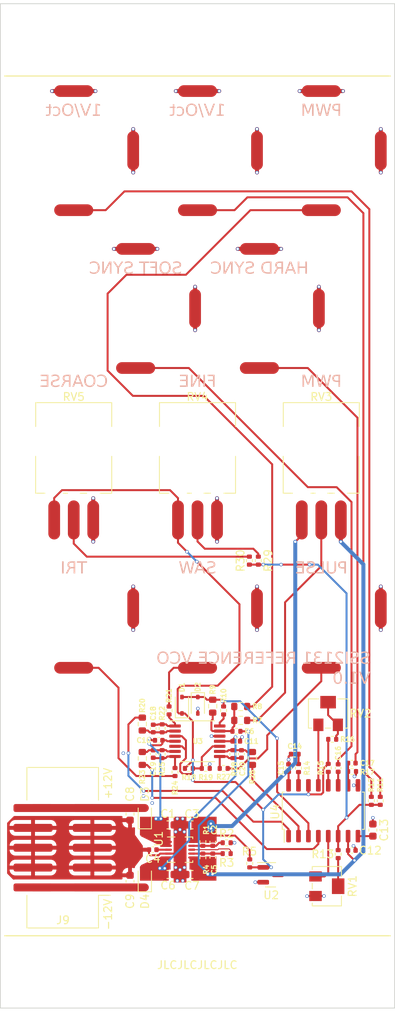
<source format=kicad_pcb>
(kicad_pcb (version 20221018) (generator pcbnew)
  (layers (0 "F.Cu" signal) (1 "In1.Cu" signal) (2 "In2.Cu" signal) (31 "B.Cu" signal) (34 "B.Paste" user) (35 "F.Paste" user) (36 "B.SilkS" user "B.Silkscreen") (37 "F.SilkS" user "F.Silkscreen") (38 "B.Mask" user) (39 "F.Mask" user) (44 "Edge.Cuts" user))
  (net 0 "")
  (net 1 "+12V")
  (net 2 "GND")
  (net 3 "+5V")
  (net 4 "Net-(U1-FBP)")
  (net 5 "Net-(U1-NR{slash}SS)")
  (net 6 "Net-(U1-FBN)")
  (net 7 "-5V")
  (net 8 "-12V")
  (net 9 "Net-(U4-TCAP)")
  (net 10 "Net-(C14-Pad1)")
  (net 11 "Net-(U4-SOFT_SYNC)")
  (net 12 "SOFT SYNC")
  (net 13 "Net-(U4-HARD_SYNC)")
  (net 14 "HARD SYNC")
  (net 15 "Net-(U3A--)")
  (net 16 "Net-(C18-Pad2)")
  (net 17 "Net-(U3B--)")
  (net 18 "Net-(C19-Pad2)")
  (net 19 "Net-(U3C--)")
  (net 20 "Net-(C20-Pad2)")
  (net 21 "VREF")
  (net 22 "PWM_CTRL")
  (net 23 "Net-(D3-A)")
  (net 24 "Net-(D4-K)")
  (net 25 "SAW LINE OUT")
  (net 26 "TRI LINE OUT")
  (net 27 "PULSE LINE OUT")
  (net 28 "EXPO FREQ CV_{1}")
  (net 29 "EXPO FREQ CV_{2}")
  (net 30 "PWM CV")
  (net 31 "Net-(U1-BUF)")
  (net 32 "Net-(U3D--)")
  (net 33 "PWM_POT")
  (net 34 "Net-(R10-Pad1)")
  (net 35 "EXPO FREQ POT")
  (net 36 "Net-(R13-Pad2)")
  (net 37 "Net-(U4-BW_COMP)")
  (net 38 "Net-(U4-LIN_FREQ)")
  (net 39 "Net-(R16-Pad1)")
  (net 40 "Net-(U3A-+)")
  (net 41 "SAW OUT")
  (net 42 "TRI OUT")
  (net 43 "PULSE OUT")
  (net 44 "Net-(R29-Pad1)")
  (net 45 "Net-(R30-Pad1)")
  (net 46 "Net-(U4-HF_TRACK)")
  (net 47 "Net-(U4-EXPO_SCALE)")
  (footprint "Resistor_SMD:R_0402_1005Metric" (layer "F.Cu") (at 164.5355 120.777 180)
    (fp_text reference "R16")
    (fp_text value "22k1")
  )
  (footprint "Capacitor_SMD:C_0603_1608Metric" (layer "F.Cu") (at 146.5757 131.726 180)
    (fp_text reference "C3")
    (fp_text value "10u")
  )
  (footprint "Capacitor_SMD:C_0603_1608Metric" (layer "F.Cu") (at 169.7405 132.389 -90)
    (fp_text reference "C13")
    (fp_text value "3n9 C0G")
  )
  (footprint "Capacitor_SMD:C_0402_1005Metric" (layer "F.Cu") (at 149.235502 133.921 -90)
    (fp_text reference "C2")
    (fp_text value "10n")
  )
  (footprint "Resistor_SMD:R_0402_1005Metric" (layer "F.Cu") (at 146.177 124.503)
    (fp_text reference "R18")
    (fp_text value "15k")
  )
  (footprint "Capacitor_SMD:C_0402_1005Metric" (layer "F.Cu") (at 167.0455 134.994 180)
    (fp_text reference "C12")
    (fp_text value "100n")
  )
  (footprint "Resistor_SMD:R_0402_1005Metric" (layer "F.Cu") (at 151.013502 134.012)
    (fp_text reference "R2")
    (fp_text value "10k")
  )
  (footprint "MountingHole:MountingHole_3.2mm_M3" (layer "F.Cu") (at 165.18 152.163)
    (fp_text reference "H4" hide)
    (fp_text value "MountingHole")
  )
  (footprint "Capacitor_SMD:C_0603_1608Metric" (layer "F.Cu") (at 146.5757 138.076 180)
    (fp_text reference "C7")
    (fp_text value "10u")
  )
  (footprint "Wire_Bodge_Eurorack:Potentiometer_Alpha_RD901F-40-00D_Single_Vertical_Bodge" (layer "F.Cu") (at 144.78 90.17 90)
    (fp_text reference "RV4")
    (fp_text value "5k")
  )
  (footprint "Wire_Bodge_Eurorack:PJ-301BM_disconnect" (layer "F.Cu") (at 163.1365 45.459)
    (fp_text reference "J8" hide)
    (fp_text value "3.5mm" hide)
  )
  (footprint "Resistor_SMD:R_0402_1005Metric" (layer "F.Cu") (at 170.688 128.649 -90)
    (fp_text reference "R11")
    (fp_text value "49k9")
  )
  (footprint "Capacitor_SMD:C_0603_1608Metric" (layer "F.Cu") (at 138.6365 130.342 -90)
    (fp_text reference "C8")
    (fp_text value "10u")
  )
  (footprint "Capacitor_SMD:C_0402_1005Metric" (layer "F.Cu") (at 142.308 120.904)
    (fp_text reference "C10")
    (fp_text value "100n")
  )
  (footprint "Connector_IDC:IDC-Header_2x05_P2.54mm_Vertical_SMD" (layer "F.Cu") (at 130.0105 134.647 180)
    (fp_text reference "J9")
    (fp_text value "10 Pin IDC")
  )
  (footprint "Diode_SMD:D_SOD-323" (layer "F.Cu") (at 145.288 116.417 90)
    (fp_text reference "D1")
    (fp_text value "D_Schottky_Small")
  )
  (footprint "Resistor_SMD:R_0603_1608Metric" (layer "F.Cu") (at 149.225 116.537 90)
    (fp_text reference "R9")
    (fp_text value "3k")
  )
  (footprint "Resistor_SMD:R_0402_1005Metric" (layer "F.Cu") (at 165.2955 135.464 -90)
    (fp_text reference "R13")
    (fp_text value "267k")
  )
  (footprint "Wire_Bodge_Eurorack:PJ-301BM_disconnect" (layer "F.Cu") (at 131.4235 45.459)
    (fp_text reference "J4" hide)
    (fp_text value "3.5mm" hide)
  )
  (footprint "Resistor_SMD:R_0603_1608Metric" (layer "F.Cu") (at 154.305 123.225 90)
    (fp_text reference "R26")
    (fp_text value "3k")
  )
  (footprint "Resistor_SMD:R_0402_1005Metric" (layer "F.Cu") (at 151.013502 135.401 180)
    (fp_text reference "R3")
    (fp_text value "10k")
  )
  (footprint "Resistor_SMD:R_0402_1005Metric" (layer "F.Cu") (at 147.965502 133.891 -90)
    (fp_text reference "R1")
    (fp_text value "32k4")
  )
  (footprint "Resistor_SMD:R_0402_1005Metric" (layer "F.Cu") (at 144.399 124.963 -90)
    (fp_text reference "R24")
    (fp_text value "1k")
  )
  (footprint "Resistor_SMD:R_0603_1608Metric" (layer "F.Cu") (at 140.208 118.823 -90)
    (fp_text reference "R20")
    (fp_text value "3k")
  )
  (footprint "Capacitor_SMD:C_0402_1005Metric" (layer "F.Cu") (at 152.908 122.655 -90)
    (fp_text reference "C20")
    (fp_text value "470p C0G")
  )
  (footprint "Capacitor_SMD:C_0603_1608Metric" (layer "F.Cu") (at 138.6365 138.952 -90)
    (fp_text reference "C9")
    (fp_text value "10u")
  )
  (footprint "Resistor_SMD:R_0402_1005Metric" (layer "F.Cu") (at 152.265 119.754 180)
    (fp_text reference "R6")
    (fp_text value "12k")
  )
  (footprint "Resistor_SMD:R_0402_1005Metric" (layer "F.Cu") (at 153.924 97.917 -90)
    (fp_text reference "R30")
    (fp_text value "10k")
  )
  (footprint "Resistor_SMD:R_0402_1005Metric" (layer "F.Cu") (at 143.637 117.087 90)
    (fp_text reference "R21")
    (fp_text value "1k")
  )
  (footprint "Diode_SMD:D_SOD-323" (layer "F.Cu") (at 140.5305 138.677 90)
    (fp_text reference "D4")
    (fp_text value "D_Schottky_Small")
  )
  (footprint "Resistor_SMD:R_0402_1005Metric" (layer "F.Cu") (at 151.805 122.675 -90)
    (fp_text reference "R28")
    (fp_text value "12k")
  )
  (footprint "Wire_Bodge_Eurorack:PJ-301BM_disconnect" (layer "F.Cu") (at 147.28 45.459)
    (fp_text reference "J5" hide)
    (fp_text value "3.5mm" hide)
  )
  (footprint "MountingHole:MountingHole_3.2mm_M3" (layer "F.Cu") (at 129.38 152.163)
    (fp_text reference "H3" hide)
    (fp_text value "MountingHole")
  )
  (footprint "Diode_SMD:D_SOD-323" (layer "F.Cu") (at 140.5305 130.617 90)
    (fp_text reference "D3")
    (fp_text value "D_Schottky_Small")
  )
  (footprint "Capacitor_SMD:C_0402_1005Metric" (layer "F.Cu") (at 141.605 119.393 90)
    (fp_text reference "C18")
    (fp_text value "470p C0G")
  )
  (footprint "Capacitor_SMD:C_0402_1005Metric" (layer "F.Cu") (at 167.0435 123.825)
    (fp_text reference "C17")
    (fp_text value "10n")
  )
  (footprint "Resistor_SMD:R_0603_1608Metric" (layer "F.Cu") (at 152.815 118.357 180)
    (fp_text reference "R7")
    (fp_text value "11k")
  )
  (footprint "Capacitor_SMD:C_0402_1005Metric" (layer "F.Cu") (at 165.2955 124.453 90)
    (fp_text reference "C16")
    (fp_text value "10n")
  )
  (footprint "Resistor_SMD:R_0402_1005Metric" (layer "F.Cu") (at 150.634 124.503)
    (fp_text reference "R27")
    (fp_text value "1k")
  )
  (footprint "Diode_SMD:D_SOD-323" (layer "F.Cu") (at 147.32 116.417 -90)
    (fp_text reference "D2")
    (fp_text value "D_Schottky_Small")
  )
  (footprint "Resistor_SMD:R_0402_1005Metric" (layer "F.Cu") (at 150.622 117.087 90)
    (fp_text reference "R10")
    (fp_text value "10k")
  )
  (footprint "Resistor_SMD:R_0402_1005Metric" (layer "F.Cu") (at 148.336 124.503)
    (fp_text reference "R19")
    (fp_text value "10k")
  )
  (footprint "Package_TO_SOT_SMD:SOT-23" (layer "F.Cu") (at 156.6395 138.11)
    (fp_text reference "U2")
    (fp_text value "LM4040DBZ-2.5")
  )
  (footprint "Resistor_SMD:R_0603_1608Metric" (layer "F.Cu") (at 152.815 116.579 180)
    (fp_text reference "R8")
    (fp_text value "11k")
  )
  (footprint "Resistor_SMD:R_0402_1005Metric" (layer "F.Cu") (at 155.067 97.917 -90)
    (fp_text reference "R29")
    (fp_text value "100k")
  )
  (footprint "Capacitor_SMD:C_0402_1005Metric" (layer "F.Cu") (at 141.5465 134.901 180)
    (fp_text reference "C4")
    (fp_text value "10n")
  )
  (footprint "Potentiometer_SMD:Potentiometer_Bourns_3224W_Vertical" (layer "F.Cu") (at 164.009846 117.475 180)
    (fp_text reference "RV2")
    (fp_text value "5k**")
  )
  (footprint "Wire_Bodge_Eurorack:PJ-301BM" (layer "F.Cu") (at 163.1365 104.006)
    (fp_text reference "J3" hide)
    (fp_text value "3.5mm")
  )
  (footprint "Resistor_SMD:R_0603_1608Metric" (layer "F.Cu") (at 140.208 123.225 90)
    (fp_text reference "R23")
    (fp_text value "3k")
  )
  (footprint "Capacitor_SMD:C_0402_1005Metric" (layer "F.Cu") (at 149.235502 135.881 -90)
    (fp_text reference "C5")
    (fp_text value "10n")
  )
  (footprint "Resistor_SMD:R_0402_1005Metric" (layer "F.Cu") (at 160.2155 124.453 90)
    (fp_text reference "R14")
    (fp_text value "267r")
  )
  (footprint "Capacitor_SMD:C_0603_1608Metric" (layer "F.Cu") (at 143.5023 131.726)
    (fp_text reference "C1")
    (fp_text value "10u")
  )
  (footprint "Wire_Bodge_Eurorack:Potentiometer_Alpha_RD901F-40-00D_Single_Vertical_Bodge" (layer "F.Cu") (at 160.6365 90.17 90)
    (fp_text reference "RV3")
    (fp_text value "5k")
  )
  (footprint "Capacitor_SMD:C_0402_1005Metric" (layer "F.Cu") (at 158.9455 124.453 90)
    (fp_text reference "C15")
    (fp_text value "100n")
  )
  (footprint "Capacitor_SMD:C_0402_1005Metric" (layer "F.Cu") (at 159.7355 122.675 180)
    (fp_text reference "C14")
    (fp_text value "10n")
  )
  (footprint "Wire_Bodge_Eurorack:Potentiometer_Alpha_RD901F-40-00D_Single_Vertical_Bodge" (layer "F.Cu") (at 128.9235 90.17 90)
    (fp_text reference "RV5")
    (fp_text value "5k")
  )
  (footprint "Resistor_SMD:R_0402_1005Metric" (layer "F.Cu") (at 169.545 128.649 -90)
    (fp_text reference "R12")
    (fp_text value "49k9")
  )
  (footprint "Package_SON:Texas_DSC0010J" (layer "F.Cu") (at 145.0445 134.901)
    (fp_text reference "U1")
    (fp_text value "TPS7A39")
  )
  (footprint "Capacitor_SMD:C_0402_1005Metric" (layer "F.Cu") (at 152.245 121.024)
    (fp_text reference "C11")
    (fp_text value "100n")
  )
  (footprint "Wire_Bodge_Eurorack:PJ-301BM" (layer "F.Cu") (at 147.28 104.006)
    (fp_text reference "J1" hide)
    (fp_text value "3.5mm")
  )
  (footprint "MountingHole:MountingHole_3.2mm_M3" (layer "F.Cu") (at 129.38 29.663)
    (fp_text reference "H1" hide)
    (fp_text value "MountingHole")
  )
  (footprint "Wire_Bodge_Eurorack:PJ-301BM" (layer "F.Cu") (at 131.4235 104.006)
    (fp_text reference "J2" hide)
    (fp_text value "3.5mm")
  )
  (footprint "Potentiometer_SMD:Potentiometer_Bourns_3224W_Vertical" (layer "F.Cu") (at 163.8455 139.573 90)
    (fp_text reference "RV1")
    (fp_text value "5k**")
  )
  (footprint "Package_SO:SOP-16_4.55x10.3mm_P1.27mm" (layer "F.Cu") (at 163.3905 129.914 90)
    (fp_text reference "U4")
    (fp_text value "SSI2131")
  )
  (footprint "Capacitor_SMD:C_0603_1608Metric" (layer "F.Cu") (at 143.5023 138.076)
    (fp_text reference "C6")
    (fp_text value "10u")
  )
  (footprint "Resistor_SMD:R_0402_1005Metric" (layer "F.Cu") (at 147.965502 135.911 -90)
    (fp_text reference "R4")
    (fp_text value "42k2")
  )
  (footprint "Resistor_SMD:R_0402_1005Metric" (layer "F.Cu") (at 167.0735 124.893 180)
    (fp_text reference "R17")
    (fp_text value "267k")
  )
  (footprint "Wire_Bodge_Eurorack:PJ-301BM_disconnect" (layer "F.Cu") (at 139.35175 65.652)
    (fp_text reference "J6" hide)
    (fp_text value "3.5mm" hide)
  )
  (footprint "Wire_Bodge_Eurorack:PJ-301BM_disconnect" (layer "F.Cu") (at 155.20825 65.652)
    (fp_text reference "J7" hide)
    (fp_text value "3.5mm" hide)
  )
  (footprint "Package_SO:TSSOP-14_4.4x5mm_P0.65mm" (layer "F.Cu") (at 147.2615 121.024)
    (fp_text reference "U3")
    (fp_text value "TL074")
  )
  (footprint "Resistor_SMD:R_0402_1005Metric" (layer "F.Cu") (at 164.0255 124.433 90)
    (fp_text reference "R15")
    (fp_text value "499k")
  )
  (footprint "Resistor_SMD:R_0402_1005Metric" (layer "F.Cu") (at 142.748 122.675 -90)
    (fp_text reference "R25")
    (fp_text value "12k")
  )
  (footprint "Resistor_SMD:R_0402_1005Metric" (layer "F.Cu") (at 142.748 119.373 90)
    (fp_text reference "R22")
    (fp_text value "12k")
  )
  (footprint "MountingHole:MountingHole_3.2mm_M3" (layer "F.Cu") (at 165.18 29.663)
    (fp_text reference "H2" hide)
    (fp_text value "MountingHole")
  )
  (footprint "Resistor_SMD:R_0402_1005Metric" (layer "F.Cu") (at 153.9725 136.652 -90)
    (fp_text reference "R5")
    (fp_text value "1k2")
  )
  (footprint "Capacitor_SMD:C_0402_1005Metric" (layer "F.Cu") (at 141.605 122.655 -90)
    (fp_text reference "C19")
    (fp_text value "470p C0G")
  )
  (gr_line (start 122.58 35.913) (end 171.98 35.913) (stroke (width 0.15)) (layer "F.SilkS"))
  (gr_line (start 122.58 145.913) (end 171.98 145.913) (stroke (width 0.15)) (layer "F.SilkS"))
  (gr_rect (start 122.03 26.663) (end 172.53 155.163) (stroke (width 0.1)) (fill none) (layer "Edge.Cuts"))
  (gr_text "PWM" (at 163.1365 40.379) (layer "B.SilkS") (effects (font (size 1.524 1.524) (thickness 0.1905)) (justify mirror)))
  (gr_text "SAW" (at 147.28 98.926) (layer "B.SilkS") (effects (font (size 1.524 1.524) (thickness 0.1905)) (justify mirror)))
  (gr_text "SSI2131 REFERENCE VCO\nV1.0" (at 169.418 111.76) (layer "B.SilkS") (effects (font (size 1.524 1.524) (thickness 0.1905)) (justify left mirror)))
  (gr_text "SOFT SYNC" (at 139.35175 60.572) (layer "B.SilkS") (effects (font (size 1.524 1.524) (thickness 0.1905)) (justify mirror)))
  (gr_text "1V/Oct" (at 131.4235 40.379) (layer "B.SilkS") (effects (font (size 1.524 1.524) (thickness 0.1905)) (justify mirror)))
  (gr_text "1V/Oct" (at 147.28 40.379) (layer "B.SilkS") (effects (font (size 1.524 1.524) (thickness 0.1905)) (justify mirror)))
  (gr_text "PWM" (at 163.1365 75.05) (layer "B.SilkS") (effects (font (size 1.524 1.524) (thickness 0.1905)) (justify mirror)))
  (gr_text "COARSE" (at 131.4235 75.05) (layer "B.SilkS") (effects (font (size 1.524 1.524) (thickness 0.1905)) (justify mirror)))
  (gr_text "TRI" (at 131.4235 98.926) (layer "B.SilkS") (effects (font (size 1.524 1.524) (thickness 0.1905)) (justify mirror)))
  (gr_text "PULSE" (at 163.1365 98.926) (layer "B.SilkS") (effects (font (size 1.524 1.524) (thickness 0.1905)) (justify mirror)))
  (gr_text "FINE" (at 147.28 75.05) (layer "B.SilkS") (effects (font (size 1.524 1.524) (thickness 0.1905)) (justify mirror)))
  (gr_text "HARD SYNC" (at 155.20825 60.572) (layer "B.SilkS") (effects (font (size 1.524 1.524) (thickness 0.1905)) (justify mirror)))
  (gr_text "JLCJLCJLCJLC" (at 142.012142 150.241) (layer "F.SilkS") (effects (font (size 1 1)) (justify left bottom)))
  (gr_text "-12V" (at 136.398 145.288 90) (layer "F.SilkS") (effects (font (size 1 1)) (justify left bottom)))
  (gr_text "+12V" (at 136.398 128.524 90) (layer "F.SilkS") (effects (font (size 1 1)) (justify left bottom)))
  (segment (start 144.399 121.024) (end 143.4014 121.024) (width 0.25) (layer "F.Cu") (net 1))
  (segment (start 143.2814 120.904) (end 142.788 120.904) (width 0.25) (layer "F.Cu") (net 1))
  (segment (start 141.097 121.350303) (end 141.285697 121.539) (width 0.25) (layer "F.Cu") (net 1))
  (segment (start 142.5702 121.539) (end 142.788 121.3212) (width 0.25) (layer "F.Cu") (net 1))
  (segment (start 141.285697 121.539) (end 142.5702 121.539) (width 0.25) (layer "F.Cu") (net 1))
  (segment (start 143.4014 121.024) (end 143.2814 120.904) (width 0.25) (layer "F.Cu") (net 1))
  (segment (start 142.788 121.3212) (end 142.788 120.904) (width 0.25) (layer "F.Cu") (net 1))
  (via (at 141.097 121.350303) (size 0.45) (drill 0.3) (layers "F.Cu" "B.Cu") (net 1))
  (via (at 141.9606 130.937) (size 0.45) (drill 0.3) (layers "F.Cu" "B.Cu") (net 1))
  (via (at 142.585103 130.937) (size 0.45) (drill 0.3) (layers "F.Cu" "B.Cu") (net 1))
  (segment (start 141.097 121.350303) (end 142.5194 122.772703) (width 0.254) (layer "B.Cu") (net 1))
  (segment (start 142.585103 130.937) (end 141.9606 130.937) (width 0.508) (layer "B.Cu") (net 1))
  (segment (start 142.5194 130.871297) (end 142.585103 130.937) (width 0.254) (layer "B.Cu") (net 1))
  (segment (start 142.5194 122.772703) (end 142.5194 130.871297) (width 0.254) (layer "B.Cu") (net 1))
  (segment (start 151.523502 134.012) (end 152.019 134.012) (width 0.254) (layer "F.Cu") (net 2))
  (segment (start 139.334 58.032) (end 142.135 58.032) (width 0.508) (layer "F.Cu") (net 2))
  (segment (start 158.9455 123.3755) (end 158.9455 122.985) (width 0.254) (layer "F.Cu") (net 2))
  (segment (start 162.82825 65.66975) (end 162.82825 62.86875) (width 0.508) (layer "F.Cu") (net 2))
  (segment (start 141.428515 120.904) (end 141.828 120.904) (width 0.25) (layer "F.Cu") (net 2))
  (segment (start 152.725 120.759369) (end 152.725 121.024) (width 0.254) (layer "F.Cu") (net 2))
  (segment (start 146.97175 65.66975) (end 146.97175 68.43525) (width 0.508) (layer "F.Cu") (net 2))
  (segment (start 155.1905 58.032) (end 152.425 58.032) (width 0.508) (layer "F.Cu") (net 2))
  (segment (start 139.334 58.032) (end 136.5685 58.032) (width 0.508) (layer "F.Cu") (net 2))
  (segment (start 148.844 123.952) (end 148.846 123.954) (width 0.254) (layer "F.Cu") (net 2))
  (segment (start 141.097 120.7008) (end 141.225315 120.7008) (width 0.25) (layer "F.Cu") (net 2))
  (segment (start 167.5255 134.6833) (end 167.5255 134.994) (width 0.254) (layer "F.Cu") (net 2))
  (segment (start 148.846 124.503) (end 148.846 123.954) (width 0.254) (layer "F.Cu") (net 2))
  (segment (start 131.40575 37.839) (end 134.20675 37.839) (width 0.508) (layer "F.Cu") (net 2))
  (segment (start 158.9455 122.985) (end 159.2555 122.675) (width 0.254) (layer "F.Cu") (net 2))
  (segment (start 152.991894 120.492475) (end 152.725 120.759369) (width 0.254) (layer "F.Cu") (net 2))
  (segment (start 169.7405 130.8177) (end 169.7405 131.614) (width 0.254) (layer "F.Cu") (net 2))
  (segment (start 142.287338 135.6106) (end 142.496938 135.401) (width 0.254) (layer "F.Cu") (net 2))
  (segment (start 170.7565 45.459) (end 170.7565 42.6935) (width 0.508) (layer "F.Cu") (net 2))
  (segment (start 162.82825 65.66975) (end 162.82825 68.43525) (width 0.508) (layer "F.Cu") (net 2))
  (segment (start 154.9 45.459) (end 154.9 42.6935) (width 0.508) (layer "F.Cu") (net 2))
  (segment (start 141.0665 135.4531) (end 141.224 135.6106) (width 0.254) (layer "F.Cu") (net 2))
  (segment (start 142.496938 135.401) (end 143.2845 135.401) (width 0.254) (layer "F.Cu") (net 2))
  (segment (start 149.0726 120.3706) (end 149.076 120.374) (width 0.254) (layer "F.Cu") (net 2))
  (segment (start 149.076 120.374) (end 150.124 120.374) (width 0.254) (layer "F.Cu") (net 2))
  (segment (start 149.78 92.72775) (end 149.78 95.49325) (width 0.508) (layer "F.Cu") (net 2))
  (segment (start 170.7565 104.02375) (end 170.7565 101.22275) (width 0.508) (layer "F.Cu") (net 2))
  (segment (start 155.1905 58.032) (end 157.9915 58.032) (width 0.508) (layer "F.Cu") (net 2))
  (segment (start 139.0435 45.459) (end 139.0435 48.26) (width 0.508) (layer "F.Cu") (net 2))
  (segment (start 167.386 125.5268) (end 167.5835 125.3293) (width 0.254) (layer "F.Cu") (net 2))
  (segment (start 147.26225 37.839) (end 144.49675 37.839) (width 0.508) (layer "F.Cu") (net 2))
  (segment (start 131.40575 37.839) (end 128.64025 37.839) (width 0.508) (layer "F.Cu") (net 2))
  (segment (start 139.9302 134.901) (end 139.9032 134.874) (width 0.508) (layer "F.Cu") (net 2))
  (segment (start 154.686 139.06) (end 155.702 139.06) (width 0.254) (layer "F.Cu") (net 2))
  (segment (start 167.5835 125.3293) (end 167.5835 124.893) (width 0.254) (layer "F.Cu") (net 2))
  (segment (start 139.0435 104.02375) (end 139.0435 106.78925) (width 0.508) (layer "F.Cu") (net 2))
  (segment (start 163.11875 37.839) (end 165.91975 37.839) (width 0.508) (layer "F.Cu") (net 2))
  (segment (start 141.224 135.6106) (end 142.287338 135.6106) (width 0.254) (layer "F.Cu") (net 2))
  (segment (start 139.0435 45.459) (end 139.0435 42.6935) (width 0.508) (layer "F.Cu") (net 2))
  (segment (start 139.0435 104.02375) (end 139.0435 101.22275) (width 0.508) (layer "F.Cu") (net 2))
  (segment (start 143.5695 135.401) (end 144.2945 135.401) (width 0.254) (layer "F.Cu") (net 2))
  (segment (start 133.9235 92.72775) (end 133.9235 95.49325) (width 0.508) (layer "F.Cu") (net 2))
  (segment (start 133.9235 92.72775) (end 133.9235 89.92675) (width 0.508) (layer "F.Cu") (net 2))
  (segment (start 141.225315 120.7008) (end 141.428515 120.904) (width 0.25) (layer "F.Cu") (net 2))
  (segment (start 141.0665 134.901) (end 139.9302 134.901) (width 0.508) (layer "F.Cu") (net 2))
  (segment (start 154.9 45.459) (end 154.9 48.26) (width 0.508) (layer "F.Cu") (net 2))
  (segment (start 147.26225 37.839) (end 150.06325 37.839) (width 0.508) (layer "F.Cu") (net 2))
  (segment (start 161.336 140.823) (end 163.475 140.823) (width 0.254) (layer "F.Cu") (net 2))
  (segment (start 147.32 117.467) (end 147.32 116.84) (width 0.254) (layer "F.Cu") (net 2))
  (segment (start 158.9455 123.3755) (end 158.9455 123.973) (width 0.254) (layer "F.Cu") (net 2))
  (segment (start 141.0665 134.901) (end 141.0665 135.4531) (width 0.254) (layer "F.Cu") (net 2))
  (segment (start 170.7565 104.02375) (end 170.7565 106.78925) (width 0.508) (layer "F.Cu") (net 2))
  (segment (start 154.9 104.02375) (end 154.9 101.22275) (width 0.508) (layer "F.Cu") (net 2))
  (segment (start 167.259 134.4168) (end 167.5255 134.6833) (width 0.254) (layer "F.Cu") (net 2))
  (segment (start 149.78 92.72775) (end 149.78 89.92675) (width 0.508) (layer "F.Cu") (net 2))
  (segment (start 170.7565 45.459) (end 170.7565 48.26) (width 0.508) (layer "F.Cu") (net 2))
  (segment (start 146.97175 65.66975) (end 146.97175 62.86875) (width 0.508) (layer "F.Cu") (net 2))
  (segment (start 167.29 126.664) (end 167.8355 126.664) (width 0.254) (layer "F.Cu") (net 2))
  (segment (start 163.11875 37.839) (end 160.35325 37.839) (width 0.508) (layer "F.Cu") (net 2))
  (segment (start 154.9 104.02375) (end 154.9 106.78925) (width 0.508) (layer "F.Cu") (net 2))
  (via (at 154.9 106.78925) (size 0.45) (drill 0.3) (layers "F.Cu" "B.Cu") (net 2))
  (via (at 144.490697 137.1854) (size 0.45) (drill 0.3) (layers "F.Cu" "B.Cu") (net 2))
  (via (at 144.68975 138.8618) (size 0.45) (drill 0.3) (layers "F.Cu" "B.Cu") (net 2))
  (via (at 157.9915 58.032) (size 0.45) (drill 0.3) (layers "F.Cu" "B.Cu") (net 2))
  (via (at 145.585051 132.6134) (size 0.45) (drill 0.3) (layers "F.Cu" "B.Cu") (net 2))
  (via (at 170.7565 48.26) (size 0.45) (drill 0.3) (layers "F.Cu" "B.Cu") (net 2))
  (via (at 128.64025 37.839) (size 0.45) (drill 0.3) (layers "F.Cu" "B.Cu") (net 2))
  (via (at 144.687498 130.937) (size 0.45) (drill 0.3) (layers "F.Cu" "B.Cu") (net 2))
  (via (at 149.78 95.49325) (size 0.45) (drill 0.3) (layers "F.Cu" "B.Cu") (net 2))
  (via (at 154.9 48.26) (size 0.45) (drill 0.3) (layers "F.Cu" "B.Cu") (net 2))
  (via (at 133.9235 89.92675) (size 0.45) (drill 0.3) (layers "F.Cu" "B.Cu") (net 2))
  (via (at 162.82825 62.86875) (size 0.45) (drill 0.3) (layers "F.Cu" "B.Cu") (net 2))
  (via (at 145.38825 138.8618) (size 0.45) (drill 0.3) (layers "F.Cu" "B.Cu") (net 2))
  (via (at 145.034 132.334) (size 0.45) (drill 0.3) (layers "F.Cu" "B.Cu") (net 2))
  (via (at 169.7405 130.8177) (size 0.45) (drill 0.3) (layers "F.Cu" "B.Cu") (net 2))
  (via (at 134.20675 37.839) (size 0.45) (drill 0.3) (layers "F.Cu" "B.Cu") (net 2))
  (via (at 139.0435 48.26) (size 0.45) (drill 0.3) (layers "F.Cu" "B.Cu") (net 2))
  (via (at 149.0726 120.3706) (size 0.45) (drill 0.3) (layers "F.Cu" "B.Cu") (net 2))
  (via (at 167.259 134.4168) (size 0.45) (drill 0.3) (layers "F.Cu" "B.Cu") (net 2))
  (via (at 140.358104 128.030294) (size 0.45) (drill 0.3) (layers "F.Cu" "B.Cu") (net 2))
  (via (at 139.0435 42.6935) (size 0.45) (drill 0.3) (layers "F.Cu" "B.Cu") (net 2))
  (via (at 145.5928 137.1854) (size 0.45) (drill 0.3) (layers "F.Cu" "B.Cu") (net 2))
  (via (at 148.844 123.952) (size 0.45) (drill 0.3) (layers "F.Cu" "B.Cu") (net 2))
  (via (at 162.82825 68.43525) (size 0.45) (drill 0.3) (layers "F.Cu" "B.Cu") (net 2))
  (via (at 145.385998 130.937) (size 0.45) (drill 0.3) (layers "F.Cu" "B.Cu") (net 2))
  (via (at 144.49675 37.839) (size 0.45) (drill 0.3) (layers "F.Cu" "B.Cu") (net 2))
  (via (at 170.7565 106.78925) (size 0.45) (drill 0.3) (layers "F.Cu" "B.Cu") (net 2))
  (via (at 158.9455 123.3755) (size 0.45) (drill 0.3) (layers "F.Cu" "B.Cu") (net 2))
  (via (at 142.135 58.032) (size 0.45) (drill 0.3) (layers "F.Cu" "B.Cu") (net 2))
  (via (at 141.478 128.9304) (size 0.45) (drill 0.3) (layers "F.Cu" "B.Cu") (net 2))
  (via (at 152.019 134.012) (size 0.45) (drill 0.3) (layers "F.Cu" "B.Cu") (net 2))
  (via (at 144.482948 132.6134) (size 0.45) (drill 0.3) (layers "F.Cu" "B.Cu") (net 2))
  (via (at 146.97175 62.86875) (size 0.45) (drill 0.3) (layers "F.Cu" "B.Cu") (net 2))
  (via (at 133.9235 95.49325) (size 0.45) (drill 0.3) (layers "F.Cu" "B.Cu") (net 2))
  (via (at 147.32 116.84) (size 0.45) (drill 0.3) (layers "F.Cu" "B.Cu") (net 2))
  (via (at 165.91975 37.839) (size 0.45) (drill 0.3) (layers "F.Cu" "B.Cu") (net 2))
  (via (at 161.316 140.843) (size 0.45) (drill 0.3) (layers "F.Cu" "B.Cu") (net 2))
  (via (at 136.5685 58.032) (size 0.45) (drill 0.3) (layers "F.Cu" "B.Cu") (net 2))
  (via (at 167.386 125.5268) (size 0.45) (drill 0.3) (layers "F.Cu" "B.Cu") (net 2))
  (via (at 145.041748 137.4648) (size 0.45) (drill 0.3) (layers "F.Cu" "B.Cu") (net 2))
  (via (at 137.780497 122.555) (size 0.45) (drill 0.3) (layers "F.Cu" "B.Cu") (net 2))
  (via (at 152.425 58.032) (size 0.45) (drill 0.3) (layers "F.Cu" "B.Cu") (net 2))
  (via (at 139.0435 101.22275) (size 0.45) (drill 0.3) (layers "F.Cu" "B.Cu") (net 2))
  (via (at 154.9 101.22275) (size 0.45) (drill 0.3) (layers "F.Cu" "B.Cu") (net 2))
  (via (at 146.97175 68.43525) (size 0.45) (drill 0.3) (layers "F.Cu" "B.Cu") (net 2))
  (via (at 167.29 126.664) (size 0.45) (drill 0.3) (layers "F.Cu" "B.Cu") (net 2))
  (via (at 154.9 42.6935) (size 0.45) (drill 0.3) (layers "F.Cu" "B.Cu") (net 2))
  (via (at 141.097 120.7008) (size 0.45) (drill 0.3) (layers "F.Cu" "B.Cu") (net 2))
  (via (at 152.991894 120.492475) (size 0.45) (drill 0.3) (layers "F.Cu" "B.Cu") (net 2))
  (via (at 163.475 140.823) (size 0.45) (drill 0.3) (layers "F.Cu" "B.Cu") (net 2))
  (via (at 170.7565 42.6935) (size 0.45) (drill 0.3) (layers "F.Cu" "B.Cu") (net 2))
  (via (at 150.06325 37.839) (size 0.45) (drill 0.3) (layers "F.Cu" "B.Cu") (net 2))
  (via (at 139.0435 106.78925) (size 0.45) (drill 0.3) (layers "F.Cu" "B.Cu") (net 2))
  (via (at 149.78 89.92675) (size 0.45) (drill 0.3) (layers "F.Cu" "B.Cu") (net 2))
  (via (at 160.35325 37.839) (size 0.45) (drill 0.3) (layers "F.Cu" "B.Cu") (net 2))
  (via (at 170.7565 101.22275) (size 0.45) (drill 0.3) (layers "F.Cu" "B.Cu") (net 2))
  (via (at 154.686 139.06) (size 0.45) (drill 0.3) (layers "F.Cu" "B.Cu") (net 2))
  (segment (start 149.580502 133.096) (end 149.235502 133.441) (width 0.25) (layer "F.Cu") (net 3))
  (segment (start 160.6365 94.671) (end 160.6365 92.71) (width 0.254) (layer "F.Cu") (net 3))
  (segment (start 152.0935 133.096) (end 149.580502 133.096) (width 0.25) (layer "F.Cu") (net 3))
  (segment (start 158.2928 125.1204) (end 158.4802 124.933) (width 0.254) (layer "F.Cu") (net 3))
  (segment (start 158.4802 124.933) (end 158.9455 124.933) (width 0.254) (layer "F.Cu") (net 3))
  (segment (start 159.8035 95.504) (end 160.6365 94.671) (width 0.254) (layer "F.Cu") (net 3))
  (segment (start 153.9725 136.142) (end 153.9725 134.975) (width 0.25) (layer "F.Cu") (net 3))
  (segment (start 158.9455 124.933) (end 158.9455 126.664) (width 0.254) (layer "F.Cu") (net 3))
  (segment (start 153.9725 134.975) (end 152.0935 133.096) (width 0.25) (layer "F.Cu") (net 3))
  (segment (start 158.2928 125.2982) (end 158.2928 125.1204) (width 0.254) (layer "F.Cu") (net 3))
  (segment (start 160.6365 94.925) (end 160.6365 92.71) (width 0.254) (layer "F.Cu") (net 3))
  (via (at 158.2928 125.2982) (size 0.45) (drill 0.3) (layers "F.Cu" "B.Cu") (net 3))
  (via (at 159.8035 95.504) (size 0.45) (drill 0.3) (layers "F.Cu" "B.Cu") (net 3))
  (via (at 148.9964 131.572) (size 0.45) (drill 0.3) (layers "F.Cu" "B.Cu") (net 3))
  (via (at 148.9964 132.196503) (size 0.45) (drill 0.3) (layers "F.Cu" "B.Cu") (net 3))
  (segment (start 159.8035 95.504) (end 159.8035 123.7875) (width 0.508) (layer "B.Cu") (net 3))
  (segment (start 159.8035 123.7875) (end 151.7142 131.8768) (width 0.508) (layer "B.Cu") (net 3))
  (segment (start 151.7142 131.8768) (end 149.3012 131.8768) (width 0.508) (layer "B.Cu") (net 3))
  (segment (start 148.9964 131.572) (end 148.9964 132.196503) (width 1.016) (layer "B.Cu") (net 3))
  (segment (start 149.235502 134.401) (end 149.6665 134.401) (width 0.254) (layer "F.Cu") (net 4))
  (segment (start 146.8045 134.401) (end 147.965502 134.401) (width 0.254) (layer "F.Cu") (net 4))
  (segment (start 149.6665 134.401) (end 150.0555 134.012) (width 0.254) (layer "F.Cu") (net 4))
  (segment (start 150.0555 134.012) (end 150.503502 134.012) (width 0.254) (layer "F.Cu") (net 4))
  (segment (start 147.965502 134.401) (end 149.235502 134.401) (width 0.254) (layer "F.Cu") (net 4))
  (segment (start 143.5695 134.901) (end 142.0265 134.901) (width 0.254) (layer "F.Cu") (net 5))
  (segment (start 146.8045 135.401) (end 147.965502 135.401) (width 0.254) (layer "F.Cu") (net 6))
  (segment (start 149.235502 135.401) (end 150.503502 135.401) (width 0.254) (layer "F.Cu") (net 6))
  (segment (start 147.965502 135.401) (end 149.235502 135.401) (width 0.254) (layer "F.Cu") (net 6))
  (segment (start 153.663 119.754) (end 152.775 119.754) (width 0.254) (layer "F.Cu") (net 7))
  (segment (start 166.5655 134.994) (end 166.5655 133.164) (width 0.254) (layer "F.Cu") (net 7))
  (segment (start 165.6365 95.504) (end 165.6365 92.71) (width 0.508) (layer "F.Cu") (net 7))
  (segment (start 167.386 136.271) (end 166.5655 135.4505) (width 0.254) (layer "F.Cu") (net 7))
  (segment (start 166.5655 135.4505) (end 166.5655 134.994) (width 0.254) (layer "F.Cu") (net 7))
  (via (at 153.797 119.754) (size 0.45) (drill 0.3) (layers "F.Cu" "B.Cu") (net 7))
  (via (at 148.59 138.049) (size 0.45) (drill 0.3) (layers "F.Cu" "B.Cu") (net 7))
  (via (at 165.6365 95.504) (size 0.45) (drill 0.3) (layers "F.Cu" "B.Cu") (net 7))
  (via (at 149.1996 138.049) (size 0.45) (drill 0.3) (layers "F.Cu" "B.Cu") (net 7))
  (via (at 167.386 136.271) (size 0.45) (drill 0.3) (layers "F.Cu" "B.Cu") (net 7))
  (segment (start 147.447 131.826) (end 147.447 136.779) (width 0.254) (layer "B.Cu") (net 7))
  (segment (start 168.529 135.128) (end 168.529 98.3965) (width 0.508) (layer "B.Cu") (net 7))
  (segment (start 153.797 125.476) (end 147.447 131.826) (width 0.254) (layer "B.Cu") (net 7))
  (segment (start 149.1996 138.049) (end 165.608 138.049) (width 0.508) (layer "B.Cu") (net 7))
  (segment (start 148.717 138.049) (end 148.59 138.049) (width 0.254) (layer "B.Cu") (net 7))
  (segment (start 165.608 138.049) (end 168.529 135.128) (width 0.508) (layer "B.Cu") (net 7))
  (segment (start 153.797 119.888) (end 153.797 125.476) (width 0.254) (layer "B.Cu") (net 7))
  (segment (start 147.447 136.779) (end 148.59 137.922) (width 0.254) (layer "B.Cu") (net 7))
  (segment (start 148.717 138.049) (end 149.1996 138.049) (width 0.508) (layer "B.Cu") (net 7))
  (segment (start 168.529 98.3965) (end 165.6365 95.504) (width 0.508) (layer "B.Cu") (net 7))
  (segment (start 151.765 120.8278) (end 151.765 121.024) (width 0.254) (layer "F.Cu") (net 8))
  (segment (start 152.146 120.4468) (end 151.765 120.8278) (width 0.254) (layer "F.Cu") (net 8))
  (segment (start 150.124 121.024) (end 151.765 121.024) (width 0.254) (layer "F.Cu") (net 8))
  (via (at 143.0762 137.278503) (size 0.45) (drill 0.3) (layers "F.Cu" "B.Cu") (net 8))
  (via (at 142.451697 137.278503) (size 0.45) (drill 0.3) (layers "F.Cu" "B.Cu") (net 8))
  (via (at 152.146 120.492475) (size 0.45) (drill 0.3) (layers "F.Cu" "B.Cu") (net 8))
  (segment (start 142.959697 137.278503) (end 143.0762 137.278503) (width 0.508) (layer "B.Cu") (net 8))
  (segment (start 146.2145 133.6935) (end 142.629497 137.278503) (width 0.254) (layer "B.Cu") (net 8))
  (segment (start 146.2145 131.4075) (end 146.2145 133.6935) (width 0.254) (layer "B.Cu") (net 8))
  (segment (start 143.0762 137.278503) (end 142.451697 137.278503) (width 0.508) (layer "B.Cu") (net 8))
  (segment (start 152.146 120.4468) (end 152.146 125.476) (width 0.254) (layer "B.Cu") (net 8))
  (segment (start 152.146 125.476) (end 146.2145 131.4075) (width 0.254) (layer "B.Cu") (net 8))
  (segment (start 167.8355 133.164) (end 169.7405 133.164) (width 0.254) (layer "F.Cu") (net 9))
  (segment (start 160.2155 122.675) (end 160.2155 123.943) (width 0.254) (layer "F.Cu") (net 10))
  (segment (start 165.2955 124.933) (end 165.2955 126.664) (width 0.254) (layer "F.Cu") (net 11))
  (segment (start 146.17 73.272) (end 161.417 88.519) (width 0.254) (layer "F.Cu") (net 12))
  (segment (start 167.005 90.424) (end 167.005 121.666) (width 0.254) (layer "F.Cu") (net 12))
  (segment (start 167.005 121.666) (end 165.2955 123.3755) (width 0.254) (layer "F.Cu") (net 12))
  (segment (start 165.1 88.519) (end 167.005 90.424) (width 0.254) (layer "F.Cu") (net 12))
  (segment (start 139.35175 73.272) (end 146.17 73.272) (width 0.254) (layer "F.Cu") (net 12))
  (segment (start 161.417 88.519) (end 165.1 88.519) (width 0.254) (layer "F.Cu") (net 12))
  (segment (start 165.2955 123.3755) (end 165.2955 123.973) (width 0.254) (layer "F.Cu") (net 12))
  (segment (start 166.5635 124.893) (end 166.5635 123.825) (width 0.254) (layer "F.Cu") (net 13))
  (segment (start 166.5635 124.893) (end 166.5635 126.662) (width 0.254) (layer "F.Cu") (net 13))
  (segment (start 166.5635 126.662) (end 166.5655 126.664) (width 0.254) (layer "F.Cu") (net 13))
  (segment (start 167.767 79.629) (end 161.41 73.272) (width 0.254) (layer "F.Cu") (net 14))
  (segment (start 167.5235 122.6715) (end 167.767 122.428) (width 0.254) (layer "F.Cu") (net 14))
  (segment (start 167.767 122.428) (end 167.767 79.629) (width 0.254) (layer "F.Cu") (net 14))
  (segment (start 161.41 73.272) (end 155.20825 73.272) (width 0.254) (layer "F.Cu") (net 14))
  (segment (start 167.5235 123.825) (end 167.5235 122.6715) (width 0.254) (layer "F.Cu") (net 14))
  (segment (start 143.413 119.724) (end 144.399 119.724) (width 0.254) (layer "F.Cu") (net 15))
  (segment (start 143.254 119.883) (end 143.413 119.724) (width 0.254) (layer "F.Cu") (net 15))
  (segment (start 140.9148 119.648) (end 140.208 119.648) (width 0.254) (layer "F.Cu") (net 15))
  (segment (start 141.605 119.873) (end 141.597 119.881) (width 0.254) (layer "F.Cu") (net 15))
  (segment (start 142.748 119.883) (end 143.254 119.883) (width 0.254) (layer "F.Cu") (net 15))
  (segment (start 141.597 119.881) (end 141.1478 119.881) (width 0.254) (layer "F.Cu") (net 15))
  (segment (start 141.1478 119.881) (end 140.9148 119.648) (width 0.254) (layer "F.Cu") (net 15))
  (segment (start 142.748 119.883) (end 141.615 119.883) (width 0.254) (layer "F.Cu") (net 15))
  (segment (start 142.192 118.913) (end 142.242 118.863) (width 0.254) (layer "F.Cu") (net 16))
  (segment (start 144.399 119.074) (end 144.399 118.738) (width 0.254) (layer "F.Cu") (net 16))
  (segment (start 143.254 118.863) (end 143.465 119.074) (width 0.254) (layer "F.Cu") (net 16))
  (segment (start 143.465 119.074) (end 144.399 119.074) (width 0.254) (layer "F.Cu") (net 16))
  (segment (start 143.637 117.976) (end 143.637 117.597) (width 0.254) (layer "F.Cu") (net 16))
  (segment (start 142.748 118.863) (end 143.254 118.863) (width 0.254) (layer "F.Cu") (net 16))
  (segment (start 141.605 118.913) (end 142.192 118.913) (width 0.254) (layer "F.Cu") (net 16))
  (segment (start 144.399 118.738) (end 143.637 117.976) (width 0.254) (layer "F.Cu") (net 16))
  (segment (start 142.242 118.863) (end 142.748 118.863) (width 0.254) (layer "F.Cu") (net 16))
  (segment (start 142.738 122.175) (end 142.748 122.165) (width 0.254) (layer "F.Cu") (net 17))
  (segment (start 140.208 122.4) (end 140.8132 122.4) (width 0.254) (layer "F.Cu") (net 17))
  (segment (start 140.8132 122.4) (end 141.0382 122.175) (width 0.254) (layer "F.Cu") (net 17))
  (segment (start 144.399 122.324) (end 143.413 122.324) (width 0.254) (layer "F.Cu") (net 17))
  (segment (start 143.413 122.324) (end 143.254 122.165) (width 0.254) (layer "F.Cu") (net 17))
  (segment (start 143.254 122.165) (end 142.748 122.165) (width 0.254) (layer "F.Cu") (net 17))
  (segment (start 141.605 122.175) (end 142.738 122.175) (width 0.254) (layer "F.Cu") (net 17))
  (segment (start 141.0382 122.175) (end 141.605 122.175) (width 0.254) (layer "F.Cu") (net 17))
  (segment (start 142.748 123.185) (end 141.655 123.185) (width 0.254) (layer "F.Cu") (net 18))
  (segment (start 143.4142 122.974) (end 144.399 122.974) (width 0.254) (layer "F.Cu") (net 18))
  (segment (start 143.2032 123.185) (end 143.4142 122.974) (width 0.254) (layer "F.Cu") (net 18))
  (segment (start 144.399 124.453) (end 144.399 122.974) (width 0.254) (layer "F.Cu") (net 18))
  (segment (start 141.655 123.185) (end 141.605 123.135) (width 0.254) (layer "F.Cu") (net 18))
  (segment (start 142.748 123.185) (end 143.2032 123.185) (width 0.254) (layer "F.Cu") (net 18))
  (segment (start 151.805 122.165) (end 152.898 122.165) (width 0.254) (layer "F.Cu") (net 19))
  (segment (start 153.417 122.175) (end 153.642 122.4) (width 0.254) (layer "F.Cu") (net 19))
  (segment (start 152.908 122.175) (end 153.417 122.175) (width 0.254) (layer "F.Cu") (net 19))
  (segment (start 151.1 122.324) (end 151.259 122.165) (width 0.254) (layer "F.Cu") (net 19))
  (segment (start 150.124 122.324) (end 151.1 122.324) (width 0.254) (layer "F.Cu") (net 19))
  (segment (start 153.642 122.4) (end 154.305 122.4) (width 0.254) (layer "F.Cu") (net 19))
  (segment (start 152.898 122.165) (end 152.908 122.175) (width 0.254) (layer "F.Cu") (net 19))
  (segment (start 151.259 122.165) (end 151.805 122.165) (width 0.254) (layer "F.Cu") (net 19))
  (segment (start 151.0988 122.974) (end 151.3098 123.185) (width 0.254) (layer "F.Cu") (net 20))
  (segment (start 151.805 123.185) (end 152.858 123.185) (width 0.254) (layer "F.Cu") (net 20))
  (segment (start 150.124 122.974) (end 151.0988 122.974) (width 0.254) (layer "F.Cu") (net 20))
  (segment (start 151.3098 123.185) (end 151.805 123.185) (width 0.254) (layer "F.Cu") (net 20))
  (segment (start 152.858 123.185) (end 152.908 123.135) (width 0.254) (layer "F.Cu") (net 20))
  (segment (start 150.124 122.974) (end 150.124 124.503) (width 0.254) (layer "F.Cu") (net 20))
  (segment (start 149.86 113.919) (end 145.161 113.919) (width 0.254) (layer "F.Cu") (net 21))
  (segment (start 164.0255 120.777) (end 164.0255 123.923) (width 0.254) (layer "F.Cu") (net 21))
  (segment (start 128.9235 92.71) (end 128.9235 89.8975) (width 0.254) (layer "F.Cu") (net 21))
  (segment (start 163.3825 127.5745) (end 163.1315 127.8255) (width 0.254) (layer "F.Cu") (net 21))
  (segment (start 145.661 117.467) (end 145.288 117.467) (width 0.254) (layer "F.Cu") (net 21))
  (segment (start 163.3785 124.57) (end 163.3785 125.259722) (width 0.254) (layer "F.Cu") (net 21))
  (segment (start 146.685 123.485) (end 146.685 123.444) (width 0.254) (layer "F.Cu") (net 21))
  (segment (start 155.702 137.16) (end 156.718 137.16) (width 0.25) (layer "F.Cu") (net 21))
  (segment (start 163.1315 127.8255) (end 161.4855 127.8255) (width 0.254) (layer "F.Cu") (net 21))
  (segment (start 145.923 96.774) (end 144.78 95.631) (width 0.254) (layer "F.Cu") (net 21))
  (segment (start 145.667 124.503) (end 146.685 123.485) (width 0.254) (layer "F.Cu") (net 21))
  (segment (start 143.764 88.9) (end 144.78 89.916) (width 0.254) (layer "F.Cu") (net 21))
  (segment (start 144.78 95.631) (end 144.78 92.71) (width 0.254) (layer "F.Cu") (net 21))
  (segment (start 152.654 111.125) (end 149.86 113.919) (width 0.254) (layer "F.Cu") (net 21))
  (segment (start 163.3825 125.263722) (end 163.3825 127.5745) (width 0.254) (layer "F.Cu") (net 21))
  (segment (start 152.146 126.238) (end 146.939 126.238) (width 0.254) (layer "F.Cu") (net 21))
  (segment (start 161.4855 127.8255) (end 161.4855 126.664) (width 0.254) (layer "F.Cu") (net 21))
  (segment (start 147.193 98.044) (end 152.654 103.505) (width 0.254) (layer "F.Cu") (net 21))
  (segment (start 152.654 103.505) (end 152.654 111.125) (width 0.254) (layer "F.Cu") (net 21))
  (segment (start 144.78 89.916) (end 144.78 92.71) (width 0.254) (layer "F.Cu") (net 21))
  (segment (start 144.899 117.467) (end 145.288 117.467) (width 0.254) (layer "F.Cu") (net 21))
  (segment (start 164.0255 123.923) (end 163.3785 124.57) (width 0.254) (layer "F.Cu") (net 21))
  (segment (start 146.685 123.444) (end 146.685 118.491) (width 0.254) (layer "F.Cu") (net 21))
  (segment (start 155.690532 129.794) (end 155.690532 129.782532) (width 0.254) (layer "F.Cu") (net 21))
  (segment (start 155.690532 129.782532) (end 152.146 126.238) (width 0.254) (layer "F.Cu") (net 21))
  (segment (start 144.736 117.304) (end 144.899 117.467) (width 0.254) (layer "F.Cu") (net 21))
  (segment (start 155.702 137.16) (end 153.9725 137.16) (width 0.254) (layer "F.Cu") (net 21))
  (segment (start 128.9235 89.8975) (end 129.921 88.9) (width 0.254) (layer "F.Cu") (net 21))
  (segment (start 146.685 118.491) (end 145.661 117.467) (width 0.254) (layer "F.Cu") (net 21))
  (segment (start 145.161 113.919) (end 144.736 114.344) (width 0.254) (layer "F.Cu") (net 21))
  (segment (start 163.3785 125.259722) (end 163.3825 125.263722) (width 0.254) (layer "F.Cu") (net 21))
  (segment (start 129.921 88.9) (end 143.764 88.9) (width 0.254) (layer "F.Cu") (net 21))
  (segment (start 144.736 114.344) (end 144.736 117.304) (width 0.254) (layer "F.Cu") (net 21))
  (segment (start 146.939 126.238) (end 146.685 125.984) (width 0.254) (layer "F.Cu") (net 21))
  (via (at 155.690532 129.794) (size 0.45) (drill 0.3) (layers "F.Cu" "B.Cu") (net 21))
  (via (at 145.923 96.774) (size 0.45) (drill 0.3) (layers "F.Cu" "B.Cu") (net 21))
  (via (at 156.718 137.16) (size 0.45) (drill 0.3) (layers "F.Cu" "B.Cu") (net 21))
  (via (at 161.4855 127.8255) (size 0.45) (drill 0.3) (layers "F.Cu" "B.Cu") (net 21))
  (via (at 146.685 125.984) (size 0.45) (drill 0.3) (layers "F.Cu" "B.Cu") (net 21))
  (via (at 147.193 98.044) (size 0.45) (drill 0.3) (layers "F.Cu" "B.Cu") (net 21))
  (via (at 146.685 123.444) (size 0.45) (drill 0.3) (layers "F.Cu" "B.Cu") (net 21))
  (segment (start 157.659032 127.8255) (end 161.4855 127.8255) (width 0.25) (layer "B.Cu") (net 21))
  (segment (start 147.193 98.044) (end 145.923 96.774) (width 0.254) (layer "B.Cu") (net 21))
  (segment (start 156.718 137.16) (end 155.690532 136.132532) (width 0.25) (layer "B.Cu") (net 21))
  (segment (start 155.690532 129.794) (end 157.659032 127.8255) (width 0.25) (layer "B.Cu") (net 21))
  (segment (start 155.690532 136.132532) (end 155.690532 129.794) (width 0.25) (layer "B.Cu") (net 21))
  (segment (start 146.685 125.984) (end 146.685 123.444) (width 0.254) (layer "B.Cu") (net 21))
  (segment (start 147.32 115.367) (end 148.14 115.367) (width 0.254) (layer "F.Cu") (net 22))
  (segment (start 150.2595 115.712) (end 149.225 115.712) (width 0.254) (layer "F.Cu") (net 22))
  (segment (start 148.485 115.712) (end 149.225 115.712) (width 0.254) (layer "F.Cu") (net 22))
  (segment (start 157.48 120.65) (end 157.48 127.508) (width 0.254) (layer "F.Cu") (net 22))
  (segment (start 150.622 116.577) (end 150.622 116.0745) (width 0.254) (layer "F.Cu") (net 22))
  (segment (start 145.333 115.367) (end 145.288 115.322) (width 0.254) (layer "F.Cu") (net 22))
  (segment (start 161.4855 131.5135) (end 161.4855 133.164) (width 0.254) (layer "F.Cu") (net 22))
  (segment (start 157.48 127.508) (end 161.4855 131.5135) (width 0.254) (layer "F.Cu") (net 22))
  (segment (start 147.32 115.367) (end 145.333 115.367) (width 0.254) (layer "F.Cu") (net 22))
  (segment (start 150.622 116.0745) (end 150.2595 115.712) (width 0.254) (layer "F.Cu") (net 22))
  (segment (start 148.14 115.367) (end 148.485 115.712) (width 0.254) (layer "F.Cu") (net 22))
  (via (at 150.45865 115.91115) (size 0.45) (drill 0.3) (layers "F.Cu" "B.Cu") (net 22))
  (via (at 157.48 120.65) (size 0.45) (drill 0.3) (layers "F.Cu" "B.Cu") (net 22))
  (segment (start 152.74115 115.91115) (end 157.48 120.65) (width 0.254) (layer "B.Cu") (net 22))
  (segment (start 150.45865 115.91115) (end 152.74115 115.91115) (width 0.254) (layer "B.Cu") (net 22))
  (segment (start 133.8105 129.567) (end 138.6365 129.567) (width 1.016) (layer "F.Cu") (net 23))
  (segment (start 126.2105 129.567) (end 133.8105 129.567) (width 1.016) (layer "F.Cu") (net 23))
  (segment (start 138.6365 129.567) (end 140.5305 129.567) (width 1.016) (layer "F.Cu") (net 23))
  (segment (start 133.8105 139.727) (end 138.6365 139.727) (width 1.016) (layer "F.Cu") (net 24))
  (segment (start 138.6365 139.727) (end 140.5305 139.727) (width 1.016) (layer "F.Cu") (net 24))
  (segment (start 126.2105 139.727) (end 133.8105 139.727) (width 1.016) (layer "F.Cu") (net 24))
  (segment (start 143.637 112.2172) (end 144.2282 111.626) (width 0.254) (layer "F.Cu") (net 25))
  (segment (start 143.637 116.577) (end 143.637 112.2172) (width 0.254) (layer "F.Cu") (net 25))
  (segment (start 144.2282 111.626) (end 147.28 111.626) (width 0.254) (layer "F.Cu") (net 25))
  (segment (start 137.16 114.173) (end 134.613 111.626) (width 0.254) (layer "F.Cu") (net 26))
  (segment (start 137.16 123.19) (end 137.16 114.173) (width 0.254) (layer "F.Cu") (net 26))
  (segment (start 139.443 125.473) (end 137.16 123.19) (width 0.254) (layer "F.Cu") (net 26))
  (segment (start 144.399 125.473) (end 139.443 125.473) (width 0.254) (layer "F.Cu") (net 26))
  (segment (start 134.613 111.626) (end 131.4235 111.626) (width 0.254) (layer "F.Cu") (net 26))
  (segment (start 156.21 122.047) (end 156.21 120.269) (width 0.254) (layer "F.Cu") (net 27))
  (segment (start 151.144 124.503) (end 152.611 124.503) (width 0.254) (layer "F.Cu") (net 27))
  (segment (start 156.21 120.269) (end 163.1365 113.3425) (width 0.254) (layer "F.Cu") (net 27))
  (segment (start 155.032001 123.224999) (end 156.21 122.047) (width 0.254) (layer "F.Cu") (net 27))
  (segment (start 152.611 124.503) (end 153.889001 123.224999) (width 0.254) (layer "F.Cu") (net 27))
  (segment (start 163.1365 113.3425) (end 163.1365 111.626) (width 0.254) (layer "F.Cu") (net 27))
  (segment (start 153.889001 123.224999) (end 155.032001 123.224999) (width 0.254) (layer "F.Cu") (net 27))
  (segment (start 170.688 128.139) (end 170.688 125.73) (width 0.254) (layer "F.Cu") (net 28))
  (segment (start 137.922 50.673) (end 135.516 53.079) (width 0.254) (layer "F.Cu") (net 28))
  (segment (start 135.516 53.079) (end 131.4235 53.079) (width 0.254) (layer "F.Cu") (net 28))
  (segment (start 170.688 125.73) (end 169.291 124.333) (width 0.254) (layer "F.Cu") (net 28))
  (segment (start 167.005 50.673) (end 137.922 50.673) (width 0.254) (layer "F.Cu") (net 28))
  (segment (start 169.291 124.333) (end 169.291 52.959) (width 0.254) (layer "F.Cu") (net 28))
  (segment (start 169.291 52.959) (end 167.005 50.673) (width 0.254) (layer "F.Cu") (net 28))
  (segment (start 169.545 125.9205) (end 168.529 124.9045) (width 0.254) (layer "F.Cu") (net 29))
  (segment (start 166.497 51.435) (end 153.67 51.435) (width 0.254) (layer "F.Cu") (net 29))
  (segment (start 168.529 53.467) (end 166.497 51.435) (width 0.254) (layer "F.Cu") (net 29))
  (segment (start 152.026 53.079) (end 147.28 53.079) (width 0.254) (layer "F.Cu") (net 29))
  (segment (start 168.529 124.9045) (end 168.529 53.467) (width 0.254) (layer "F.Cu") (net 29))
  (segment (start 169.545 128.139) (end 169.545 125.9205) (width 0.254) (layer "F.Cu") (net 29))
  (segment (start 153.67 51.435) (end 152.026 53.079) (width 0.254) (layer "F.Cu") (net 29))
  (segment (start 154.305 116.586) (end 154.298 116.579) (width 0.254) (layer "F.Cu") (net 30))
  (segment (start 156.845 114.046) (end 154.305 116.586) (width 0.254) (layer "F.Cu") (net 30))
  (segment (start 154.058 53.079) (end 145.796 61.341) (width 0.254) (layer "F.Cu") (net 30))
  (segment (start 163.1365 53.079) (end 154.058 53.079) (width 0.254) (layer "F.Cu") (net 30))
  (segment (start 138.176 61.341) (end 135.763 63.754) (width 0.254) (layer "F.Cu") (net 30))
  (segment (start 156.845 85.598) (end 156.845 114.046) (width 0.254) (layer "F.Cu") (net 30))
  (segment (start 139.0015 76.835) (end 148.082 76.835) (width 0.254) (layer "F.Cu") (net 30))
  (segment (start 154.298 116.579) (end 153.64 116.579) (width 0.254) (layer "F.Cu") (net 30))
  (segment (start 145.796 61.341) (end 138.176 61.341) (width 0.254) (layer "F.Cu") (net 30))
  (segment (start 135.763 63.754) (end 135.763 73.5965) (width 0.254) (layer "F.Cu") (net 30))
  (segment (start 135.763 73.5965) (end 139.0015 76.835) (width 0.254) (layer "F.Cu") (net 30))
  (segment (start 148.082 76.835) (end 156.845 85.598) (width 0.254) (layer "F.Cu") (net 30))
  (segment (start 146.8045 134.901) (end 149.8838 134.901) (width 0.127) (layer "F.Cu") (net 31))
  (segment (start 149.987 134.7978) (end 151.3239 134.7978) (width 0.127) (layer "F.Cu") (net 31))
  (segment (start 149.8838 134.901) (end 149.987 134.7978) (width 0.127) (layer "F.Cu") (net 31))
  (segment (start 151.523502 134.997402) (end 151.523502 135.401) (width 0.127) (layer "F.Cu") (net 31))
  (segment (start 151.3239 134.7978) (end 151.523502 134.997402) (width 0.127) (layer "F.Cu") (net 31))
  (segment (start 151.765 119.744) (end 151.765 119.2968) (width 0.254) (layer "F.Cu") (net 32))
  (segment (start 149.225 118.23) (end 149.225 117.362) (width 0.254) (layer "F.Cu") (net 32))
  (segment (start 149.195 119.724) (end 149.0595 119.5885) (width 0.254) (layer "F.Cu") (net 32))
  (segment (start 150.124 119.724) (end 149.195 119.724) (width 0.254) (layer "F.Cu") (net 32))
  (segment (start 151.755 119.754) (end 151.765 119.744) (width 0.254) (layer "F.Cu") (net 32))
  (segment (start 150.124 119.724) (end 151.725 119.724) (width 0.254) (layer "F.Cu") (net 32))
  (segment (start 151.99 119.0718) (end 151.99 118.357) (width 0.254) (layer "F.Cu") (net 32))
  (segment (start 151.99 118.357) (end 151.99 116.579) (width 0.254) (layer "F.Cu") (net 32))
  (segment (start 149.0595 119.5885) (end 149.0595 118.3955) (width 0.254) (layer "F.Cu") (net 32))
  (segment (start 151.765 119.2968) (end 151.99 119.0718) (width 0.254) (layer "F.Cu") (net 32))
  (segment (start 151.725 119.724) (end 151.755 119.754) (width 0.254) (layer "F.Cu") (net 32))
  (segment (start 149.0595 118.3955) (end 149.225 118.23) (width 0.254) (layer "F.Cu") (net 32))
  (segment (start 158.496 114.808) (end 158.496 103.251) (width 0.254) (layer "F.Cu") (net 33))
  (segment (start 154.94 118.364) (end 158.496 114.808) (width 0.254) (layer "F.Cu") (net 33))
  (segment (start 158.496 103.251) (end 163.1365 98.6105) (width 0.254) (layer "F.Cu") (net 33))
  (segment (start 153.64 118.357) (end 154.312 118.357) (width 0.254) (layer "F.Cu") (net 33))
  (segment (start 154.312 118.357) (end 154.319 118.364) (width 0.254) (layer "F.Cu") (net 33))
  (segment (start 163.1365 98.6105) (end 163.1365 92.71) (width 0.254) (layer "F.Cu") (net 33))
  (segment (start 154.319 118.364) (end 154.94 118.364) (width 0.254) (layer "F.Cu") (net 33))
  (segment (start 150.124 119.074) (end 150.124 118.6426) (width 0.254) (layer "F.Cu") (net 34))
  (segment (start 150.622 118.1446) (end 150.622 117.597) (width 0.254) (layer "F.Cu") (net 34))
  (segment (start 150.124 118.6426) (end 150.622 118.1446) (width 0.254) (layer "F.Cu") (net 34))
  (segment (start 168.021 129.159) (end 169.545 129.159) (width 0.254) (layer "F.Cu") (net 35))
  (segment (start 165.2955 133.164) (end 165.2955 131.8845) (width 0.254) (layer "F.Cu") (net 35))
  (segment (start 161.624192 98.425) (end 157.988 98.425) (width 0.254) (layer "F.Cu") (net 35))
  (segment (start 153.924 98.427) (end 155.067 98.427) (width 0.254) (layer "F.Cu") (net 35))
  (segment (start 169.545 129.159) (end 170.688 129.159) (width 0.254) (layer "F.Cu") (net 35))
  (segment (start 155.067 98.427) (end 155.7 98.427) (width 0.254) (layer "F.Cu") (net 35))
  (segment (start 165.2955 131.8845) (end 166.37 130.81) (width 0.254) (layer "F.Cu") (net 35))
  (segment (start 155.7 98.427) (end 155.702 98.425) (width 0.254) (layer "F.Cu") (net 35))
  (segment (start 166.37 130.81) (end 168.021 129.159) (width 0.254) (layer "F.Cu") (net 35))
  (segment (start 165.2955 134.865) (end 165.2955 133.164) (width 0.254) (layer "F.Cu") (net 35))
  (via (at 166.37 130.81) (size 0.45) (drill 0.3) (layers "F.Cu" "B.Cu") (net 35))
  (via (at 157.988 98.425) (size 0.45) (drill 0.3) (layers "F.Cu" "B.Cu") (net 35))
  (via (at 161.624192 98.425) (size 0.45) (drill 0.3) (layers "F.Cu" "B.Cu") (net 35))
  (via (at 155.702 98.425) (size 0.45) (drill 0.3) (layers "F.Cu" "B.Cu") (net 35))
  (segment (start 166.37 130.81) (end 166.37 102.108) (width 0.254) (layer "B.Cu") (net 35))
  (segment (start 166.37 102.108) (end 162.687 98.425) (width 0.254) (layer "B.Cu") (net 35))
  (segment (start 157.988 98.425) (end 155.702 98.425) (width 0.254) (layer "B.Cu") (net 35))
  (segment (start 162.687 98.425) (end 161.624192 98.425) (width 0.254) (layer "B.Cu") (net 35))
  (segment (start 165.2955 139.573) (end 165.2955 135.974) (width 0.254) (layer "F.Cu") (net 36))
  (segment (start 160.2155 124.963) (end 160.2155 126.664) (width 0.254) (layer "F.Cu") (net 37))
  (segment (start 164.0255 124.8605) (end 164.0255 126.664) (width 0.254) (layer "F.Cu") (net 38))
  (segment (start 164.009846 117.675) (end 165.259846 118.925) (width 0.254) (layer "F.Cu") (net 39))
  (segment (start 165.0455 120.777) (end 165.0455 120.3235) (width 0.254) (layer "F.Cu") (net 39))
  (segment (start 164.009846 116.025) (end 164.009846 117.675) (width 0.254) (layer "F.Cu") (net 39))
  (segment (start 165.259846 120.109154) (end 165.259846 118.925) (width 0.254) (layer "F.Cu") (net 39))
  (segment (start 165.0455 120.3235) (end 165.259846 120.109154) (width 0.254) (layer "F.Cu") (net 39))
  (segment (start 145.07 124.879367) (end 145.07 123.916) (width 0.254) (layer "F.Cu") (net 40))
  (segment (start 145.296 121.674) (end 145.796 122.174) (width 0.254) (layer "F.Cu") (net 40))
  (segment (start 146.431 125.222) (end 145.412633 125.222) (width 0.254) (layer "F.Cu") (net 40))
  (segment (start 144.399 121.674) (end 145.296 121.674) (width 0.254) (layer "F.Cu") (net 40))
  (segment (start 147.826 123.065) (end 149.217 121.674) (width 0.254) (layer "F.Cu") (net 40))
  (segment (start 145.796 123.19) (end 145.796 122.174) (width 0.254) (layer "F.Cu") (net 40))
  (segment (start 147.826 124.503) (end 147.826 123.065) (width 0.254) (layer "F.Cu") (net 40))
  (segment (start 145.796 122.174) (end 145.796 120.904) (width 0.254) (layer "F.Cu") (net 40))
  (segment (start 145.07 123.916) (end 145.796 123.19) (width 0.254) (layer "F.Cu") (net 40))
  (segment (start 146.687 124.503) (end 146.687 124.966) (width 0.254) (layer "F.Cu") (net 40))
  (segment (start 145.796 120.904) (end 145.266 120.374) (width 0.254) (layer "F.Cu") (net 40))
  (segment (start 146.687 124.503) (end 147.826 124.503) (width 0.254) (layer "F.Cu") (net 40))
  (segment (start 145.412633 125.222) (end 145.07 124.879367) (width 0.254) (layer "F.Cu") (net 40))
  (segment (start 145.266 120.374) (end 144.399 120.374) (width 0.254) (layer "F.Cu") (net 40))
  (segment (start 146.687 124.966) (end 146.431 125.222) (width 0.254) (layer "F.Cu") (net 40))
  (segment (start 149.217 121.674) (end 150.124 121.674) (width 0.254) (layer "F.Cu") (net 40))
  (segment (start 158.9455 132.2755) (end 158.9455 133.164) (width 0.25) (layer "F.Cu") (net 41))
  (segment (start 149.352 127.381) (end 150.495 127.381) (width 0.25) (layer "F.Cu") (net 41))
  (segment (start 139.304 117.998) (end 138.43 118.872) (width 0.254) (layer "F.Cu") (net 41))
  (segment (start 150.495 127.381) (end 154.432 131.318) (width 0.25) (layer "F.Cu") (net 41))
  (segment (start 157.988 131.318) (end 158.9455 132.2755) (width 0.25) (layer "F.Cu") (net 41))
  (segment (start 154.432 131.318) (end 157.988 131.318) (width 0.25) (layer "F.Cu") (net 41))
  (segment (start 140.208 117.998) (end 139.304 117.998) (width 0.254) (layer "F.Cu") (net 41))
  (segment (start 149.352 127.381) (end 140.37458 127.381) (width 0.254) (layer "F.Cu") (net 41))
  (segment (start 138.43 118.872) (end 138.43 122.555) (width 0.254) (layer "F.Cu") (net 41))
  (via (at 138.43 122.555) (size 0.45) (drill 0.3) (layers "F.Cu" "B.Cu") (net 41))
  (via (at 140.37458 127.381) (size 0.45) (drill 0.3) (layers "F.Cu" "B.Cu") (net 41))
  (segment (start 140.37458 127.381) (end 138.43 125.43642) (width 0.254) (layer "B.Cu") (net 41))
  (segment (start 138.43 125.43642) (end 138.43 122.555) (width 0.254) (layer "B.Cu") (net 41))
  (segment (start 162.106 134.82) (end 162.7555 134.1705) (width 0.254) (layer "F.Cu") (net 42))
  (segment (start 156.156 134.82) (end 162.106 134.82) (width 0.254) (layer "F.Cu") (net 42))
  (segment (start 141.478 128.27) (end 149.606 128.27) (width 0.254) (layer "F.Cu") (net 42))
  (segment (start 140.814 124.05) (end 141.478 124.714) (width 0.254) (layer "F.Cu") (net 42))
  (segment (start 140.208 124.05) (end 140.814 124.05) (width 0.254) (layer "F.Cu") (net 42))
  (segment (start 162.7555 134.1705) (end 162.7555 133.164) (width 0.254) (layer "F.Cu") (net 42))
  (segment (start 149.606 128.27) (end 156.156 134.82) (width 0.254) (layer "F.Cu") (net 42))
  (via (at 141.478 128.27) (size 0.45) (drill 0.3) (layers "F.Cu" "B.Cu") (net 42))
  (via (at 141.478 124.714) (size 0.45) (drill 0.3) (layers "F.Cu" "B.Cu") (net 42))
  (segment (start 141.478 124.714) (end 141.478 128.27) (width 0.254) (layer "B.Cu") (net 42))
  (segment (start 160.2155 133.164) (end 160.2155 131.8945) (width 0.254) (layer "F.Cu") (net 43))
  (segment (start 154.305 125.984) (end 154.305 124.05) (width 0.254) (layer "F.Cu") (net 43))
  (segment (start 160.2155 131.8945) (end 154.305 125.984) (width 0.254) (layer "F.Cu") (net 43))
  (segment (start 147.28 92.71) (end 147.28 95.464) (width 0.254) (layer "F.Cu") (net 44))
  (segment (start 148.209 96.393) (end 154.432 96.393) (width 0.254) (layer "F.Cu") (net 44))
  (segment (start 154.432 96.393) (end 155.067 97.028) (width 0.254) (layer "F.Cu") (net 44))
  (segment (start 147.28 95.464) (end 148.209 96.393) (width 0.254) (layer "F.Cu") (net 44))
  (segment (start 155.067 97.028) (end 155.067 97.407) (width 0.254) (layer "F.Cu") (net 44))
  (segment (start 131.4235 95.7365) (end 133.094 97.407) (width 0.254) (layer "F.Cu") (net 45))
  (segment (start 131.4235 92.71) (end 131.4235 95.7365) (width 0.254) (layer "F.Cu") (net 45))
  (segment (start 133.094 97.407) (end 153.924 97.407) (width 0.254) (layer "F.Cu") (net 45))
  (segment (start 162.3955 138.323) (end 163.556 138.323) (width 0.254) (layer "F.Cu") (net 46))
  (segment (start 163.556 138.323) (end 164.0255 137.8535) (width 0.254) (layer "F.Cu") (net 46))
  (segment (start 164.0255 137.8535) (end 164.0255 133.164) (width 0.254) (layer "F.Cu") (net 46))
  (segment (start 162.759846 126.659654) (end 162.759846 118.925) (width 0.25) (layer "F.Cu") (net 47))
  (segment (start 162.7555 126.664) (end 162.759846 126.659654) (width 0.25) (layer "F.Cu") (net 47))
  (zone (net 2) (net_name "GND") (layer "F.Cu") (priority 2) (connect_pads (clearance 0.508)) (min_thickness 0.254) (fill yes (thermal_gap 0.5) (thermal_bridge_width 0.5))
    (polygon (pts (xy 139.2715 132.996) (xy 140.2765 134.393) (xy 140.2765 135.759953) (xy 139.2715 137.06) (xy 139.2715 138.838) (xy 123.7775 138.838) (xy 122.8885 137.949) (xy 122.8885 131.472) (xy 123.7775 130.583) (xy 139.2715 130.583)))
  )
  (zone (net 3) (net_name "+5V") (layer "F.Cu") (priority 1) (connect_pads yes (clearance 0)) (min_thickness 0.0254) (fill yes (thermal_gap 0.5) (thermal_bridge_width 0.5))
    (polygon (pts (xy 146.251984 132.361) (xy 146.252985 134.040403) (xy 149.727284 134.042405) (xy 149.725282 130.683) (xy 146.4995 130.683) (xy 146.4995 132.361)))
  )
  (zone (net 1) (net_name "+12V") (layer "F.Cu") (priority 1) (connect_pads yes (clearance 0)) (min_thickness 0.0254) (fill yes (thermal_gap 0.5) (thermal_bridge_width 0.5))
    (polygon (pts (xy 139.9032 133.123) (xy 142.5117 134.393) (xy 142.512701 134.541021) (xy 143.827749 134.557037) (xy 143.832689 132.361) (xy 143.5862 132.3594) (xy 143.5862 130.683) (xy 139.9032 130.683)))
  )
  (zone (net 7) (net_name "-5V") (layer "F.Cu") (priority 1) (connect_pads yes (clearance 0)) (min_thickness 0.0254) (fill yes (thermal_gap 0.5) (thermal_bridge_width 0.5))
    (polygon (pts (xy 146.253235 137.441) (xy 146.4995 137.441) (xy 146.4995 138.8618) (xy 149.701254 138.8618) (xy 149.703256 135.760596) (xy 146.254236 135.7646)))
  )
  (zone (net 2) (net_name "GND") (layer "F.Cu") (connect_pads yes (clearance 0)) (min_thickness 0.0254) (fill yes (thermal_gap 0.5) (thermal_bridge_width 0.5))
    (polygon (pts (xy 144.2212 130.683) (xy 144.219506 139.097005) (xy 145.8645 139.092) (xy 145.8645 130.683)))
  )
  (zone (net 8) (net_name "-12V") (layer "F.Cu") (priority 1) (connect_pads yes (clearance 0)) (min_thickness 0.0254) (fill yes (thermal_gap 0.5) (thermal_bridge_width 0.5))
    (polygon (pts (xy 139.9032 138.8618) (xy 143.5862 138.8618) (xy 143.5862 137.441) (xy 143.828496 137.441) (xy 143.828496 135.762956) (xy 142.4465 135.762497) (xy 139.9032 136.933)))
  )
)
</source>
